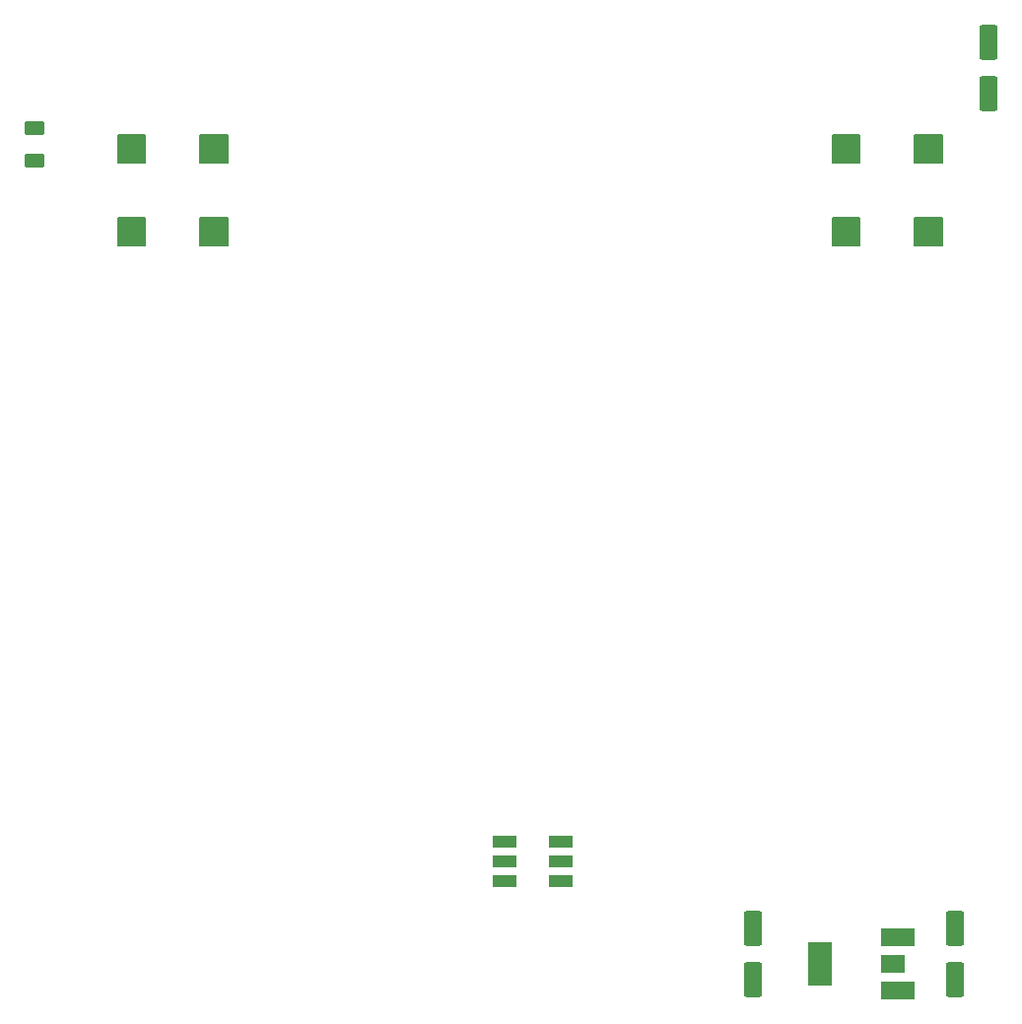
<source format=gbr>
%TF.GenerationSoftware,KiCad,Pcbnew,(6.0.11)*%
%TF.CreationDate,2023-04-25T11:56:07-03:00*%
%TF.ProjectId,Placa Base Xplorer Raspberry pi pico V3A,506c6163-6120-4426-9173-652058706c6f,rev?*%
%TF.SameCoordinates,Original*%
%TF.FileFunction,Paste,Top*%
%TF.FilePolarity,Positive*%
%FSLAX46Y46*%
G04 Gerber Fmt 4.6, Leading zero omitted, Abs format (unit mm)*
G04 Created by KiCad (PCBNEW (6.0.11)) date 2023-04-25 11:56:07*
%MOMM*%
%LPD*%
G01*
G04 APERTURE LIST*
G04 Aperture macros list*
%AMRoundRect*
0 Rectangle with rounded corners*
0 $1 Rounding radius*
0 $2 $3 $4 $5 $6 $7 $8 $9 X,Y pos of 4 corners*
0 Add a 4 corners polygon primitive as box body*
4,1,4,$2,$3,$4,$5,$6,$7,$8,$9,$2,$3,0*
0 Add four circle primitives for the rounded corners*
1,1,$1+$1,$2,$3*
1,1,$1+$1,$4,$5*
1,1,$1+$1,$6,$7*
1,1,$1+$1,$8,$9*
0 Add four rect primitives between the rounded corners*
20,1,$1+$1,$2,$3,$4,$5,0*
20,1,$1+$1,$4,$5,$6,$7,0*
20,1,$1+$1,$6,$7,$8,$9,0*
20,1,$1+$1,$8,$9,$2,$3,0*%
G04 Aperture macros list end*
%ADD10C,0.200000*%
%ADD11RoundRect,0.250000X-0.625000X0.375000X-0.625000X-0.375000X0.625000X-0.375000X0.625000X0.375000X0*%
%ADD12R,3.000000X1.500000*%
%ADD13R,2.000000X1.500000*%
%ADD14R,2.000000X3.800000*%
%ADD15R,2.000000X1.100000*%
%ADD16RoundRect,0.250000X-0.550000X1.250000X-0.550000X-1.250000X0.550000X-1.250000X0.550000X1.250000X0*%
%ADD17RoundRect,0.250000X0.550000X-1.250000X0.550000X1.250000X-0.550000X1.250000X-0.550000X-1.250000X0*%
G04 APERTURE END LIST*
D10*
X105968800Y-70815200D02*
X103632000Y-70815200D01*
X103632000Y-70815200D02*
X103632000Y-68478400D01*
X103632000Y-68478400D02*
X105968800Y-68478400D01*
X105968800Y-68478400D02*
X105968800Y-70815200D01*
G36*
X105968800Y-70815200D02*
G01*
X103632000Y-70815200D01*
X103632000Y-68478400D01*
X105968800Y-68478400D01*
X105968800Y-70815200D01*
G37*
X98907600Y-70815200D02*
X96570800Y-70815200D01*
X96570800Y-70815200D02*
X96570800Y-68478400D01*
X96570800Y-68478400D02*
X98907600Y-68478400D01*
X98907600Y-68478400D02*
X98907600Y-70815200D01*
G36*
X98907600Y-70815200D02*
G01*
X96570800Y-70815200D01*
X96570800Y-68478400D01*
X98907600Y-68478400D01*
X98907600Y-70815200D01*
G37*
X105968800Y-77927200D02*
X103632000Y-77927200D01*
X103632000Y-77927200D02*
X103632000Y-75590400D01*
X103632000Y-75590400D02*
X105968800Y-75590400D01*
X105968800Y-75590400D02*
X105968800Y-77927200D01*
G36*
X105968800Y-77927200D02*
G01*
X103632000Y-77927200D01*
X103632000Y-75590400D01*
X105968800Y-75590400D01*
X105968800Y-77927200D01*
G37*
X160299400Y-77927200D02*
X157962600Y-77927200D01*
X157962600Y-77927200D02*
X157962600Y-75590400D01*
X157962600Y-75590400D02*
X160299400Y-75590400D01*
X160299400Y-75590400D02*
X160299400Y-77927200D01*
G36*
X160299400Y-77927200D02*
G01*
X157962600Y-77927200D01*
X157962600Y-75590400D01*
X160299400Y-75590400D01*
X160299400Y-77927200D01*
G37*
X160299400Y-70815200D02*
X157962600Y-70815200D01*
X157962600Y-70815200D02*
X157962600Y-68478400D01*
X157962600Y-68478400D02*
X160299400Y-68478400D01*
X160299400Y-68478400D02*
X160299400Y-70815200D01*
G36*
X160299400Y-70815200D02*
G01*
X157962600Y-70815200D01*
X157962600Y-68478400D01*
X160299400Y-68478400D01*
X160299400Y-70815200D01*
G37*
X167360600Y-77927200D02*
X165023800Y-77927200D01*
X165023800Y-77927200D02*
X165023800Y-75590400D01*
X165023800Y-75590400D02*
X167360600Y-75590400D01*
X167360600Y-75590400D02*
X167360600Y-77927200D01*
G36*
X167360600Y-77927200D02*
G01*
X165023800Y-77927200D01*
X165023800Y-75590400D01*
X167360600Y-75590400D01*
X167360600Y-77927200D01*
G37*
X98907600Y-77927200D02*
X96570800Y-77927200D01*
X96570800Y-77927200D02*
X96570800Y-75590400D01*
X96570800Y-75590400D02*
X98907600Y-75590400D01*
X98907600Y-75590400D02*
X98907600Y-77927200D01*
G36*
X98907600Y-77927200D02*
G01*
X96570800Y-77927200D01*
X96570800Y-75590400D01*
X98907600Y-75590400D01*
X98907600Y-77927200D01*
G37*
X167360600Y-70815200D02*
X165023800Y-70815200D01*
X165023800Y-70815200D02*
X165023800Y-68478400D01*
X165023800Y-68478400D02*
X167360600Y-68478400D01*
X167360600Y-68478400D02*
X167360600Y-70815200D01*
G36*
X167360600Y-70815200D02*
G01*
X165023800Y-70815200D01*
X165023800Y-68478400D01*
X167360600Y-68478400D01*
X167360600Y-70815200D01*
G37*
D11*
%TO.C,REF\u002A\u002A*%
X89408000Y-67891200D03*
X89408000Y-70691200D03*
%TD*%
D12*
%TO.C,UA7803*%
X163570000Y-142000000D03*
D13*
X163170000Y-139700000D03*
D12*
X163570000Y-137400000D03*
D14*
X156870000Y-139700000D03*
%TD*%
D15*
%TO.C,LED*%
X129790000Y-129195000D03*
X129790000Y-130895000D03*
X129790000Y-132595000D03*
X134590000Y-132595000D03*
X134590000Y-130895000D03*
X134590000Y-129195000D03*
%TD*%
D16*
%TO.C,REF\u002A\u002A*%
X151130000Y-136650917D03*
X151130000Y-141050917D03*
%TD*%
D17*
%TO.C,C*%
X171332846Y-64877584D03*
X171332846Y-60477584D03*
%TD*%
%TO.C,C*%
X168458792Y-141050917D03*
X168458792Y-136650917D03*
%TD*%
M02*

</source>
